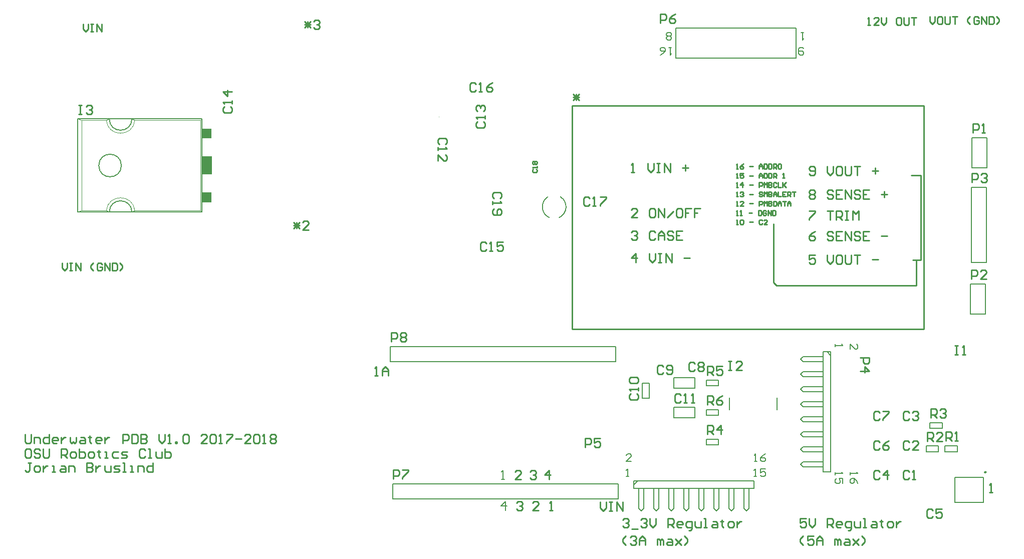
<source format=gto>
G04 Layer_Color=65535*
%FSLAX25Y25*%
%MOIN*%
G70*
G01*
G75*
%ADD74C,0.00984*%
%ADD75C,0.00787*%
%ADD76C,0.00600*%
%ADD77C,0.00200*%
%ADD78C,0.00394*%
%ADD79C,0.00500*%
%ADD80C,0.01000*%
%ADD81C,0.00800*%
%ADD82C,0.00827*%
G36*
X131570Y232946D02*
X125000D01*
Y239500D01*
X131570D01*
Y232946D01*
D02*
G37*
G36*
X131613Y251478D02*
X125000D01*
Y263500D01*
X131613D01*
Y251478D01*
D02*
G37*
G36*
X131586Y275549D02*
X125000D01*
Y282000D01*
X131586D01*
Y275549D01*
D02*
G37*
D74*
X646839Y53425D02*
G03*
X646839Y53425I-492J0D01*
G01*
D75*
X362774Y222839D02*
G03*
X363732Y236640I-3274J7161D01*
G01*
X355268D02*
G03*
X356226Y222839I4232J-6640D01*
G01*
X440500Y329000D02*
X520500D01*
X440500Y349000D02*
X520500D01*
X440500Y329000D02*
Y349000D01*
X520500Y329000D02*
Y349000D01*
X412500Y47500D02*
X492500D01*
X489167Y29167D02*
Y42500D01*
X487500Y27500D02*
X489167Y29167D01*
X485833D02*
X487500Y27500D01*
X485833Y29167D02*
Y42500D01*
X479167Y29167D02*
Y42500D01*
X477500Y27500D02*
X479167Y29167D01*
X475833D02*
X477500Y27500D01*
X475833Y29167D02*
Y42500D01*
X469167Y29167D02*
Y42500D01*
X467500Y27500D02*
X469167Y29167D01*
X465833D02*
X467500Y27500D01*
X465833Y29167D02*
Y42500D01*
X459167Y29167D02*
Y42500D01*
X457500Y27500D02*
X459167Y29167D01*
X455833D02*
X457500Y27500D01*
X455833Y29167D02*
Y42500D01*
X449167Y29167D02*
Y42500D01*
X447500Y27500D02*
X449167Y29167D01*
X445833D02*
X447500Y27500D01*
X445833Y29167D02*
Y42500D01*
X439167Y29167D02*
Y42500D01*
X437500Y27500D02*
X439167Y29167D01*
X435833D02*
X437500Y27500D01*
X435833Y29167D02*
Y42500D01*
X429167Y29167D02*
Y42500D01*
X427500Y27500D02*
X429167Y29167D01*
X425833D02*
X427500Y27500D01*
X425833Y29167D02*
Y42500D01*
X419167Y29167D02*
Y42500D01*
X417500Y27500D02*
X419167Y29167D01*
X415833D02*
X417500Y27500D01*
X415833Y29167D02*
Y42500D01*
X412500Y45000D02*
X415000Y47500D01*
X492500Y42500D02*
Y47500D01*
X412500Y42500D02*
X492500D01*
X412500D02*
Y47500D01*
X626051Y49980D02*
X644949D01*
X626051Y33445D02*
X644949D01*
Y49980D01*
X626051Y33445D02*
Y49980D01*
X543587Y53500D02*
Y133500D01*
X525253Y56833D02*
X538587D01*
X523587Y58500D02*
X525253Y56833D01*
X523587Y58500D02*
X525253Y60167D01*
X538587D01*
X525253Y66833D02*
X538587D01*
X523587Y68500D02*
X525253Y66833D01*
X523587Y68500D02*
X525253Y70167D01*
X538587D01*
X525253Y76833D02*
X538587D01*
X523587Y78500D02*
X525253Y76833D01*
X523587Y78500D02*
X525253Y80167D01*
X538587D01*
X525253Y86833D02*
X538587D01*
X523587Y88500D02*
X525253Y86833D01*
X523587Y88500D02*
X525253Y90167D01*
X538587D01*
X525253Y96833D02*
X538587D01*
X523587Y98500D02*
X525253Y96833D01*
X523587Y98500D02*
X525253Y100167D01*
X538587D01*
X525253Y106833D02*
X538587D01*
X523587Y108500D02*
X525253Y106833D01*
X523587Y108500D02*
X525253Y110167D01*
X538587D01*
X525253Y116833D02*
X538587D01*
X523587Y118500D02*
X525253Y116833D01*
X523587Y118500D02*
X525253Y120167D01*
X538587D01*
X525253Y126833D02*
X538587D01*
X523587Y128500D02*
X525253Y126833D01*
X523587Y128500D02*
X525253Y130167D01*
X538587D01*
X541087Y133500D02*
X543587Y131000D01*
X538587Y53500D02*
X543587D01*
X538587D02*
Y133500D01*
X543587D01*
X507886Y94866D02*
Y103134D01*
X476114Y94866D02*
Y103134D01*
X637000Y243000D02*
X647000D01*
Y193000D02*
Y243000D01*
X637000Y193000D02*
Y243000D01*
Y193000D02*
X647000D01*
X646500Y158500D02*
Y178500D01*
X636500D02*
X646500D01*
X636500Y158500D02*
Y178500D01*
Y158500D02*
X646500D01*
X647500Y256000D02*
Y276000D01*
X637500D02*
X647500D01*
X637500Y256000D02*
Y276000D01*
Y256000D02*
X647500D01*
X400500Y127000D02*
Y137000D01*
X250500Y127000D02*
Y137000D01*
X258000D01*
X400500D01*
X250500Y127000D02*
X400500D01*
X252000Y35500D02*
Y45500D01*
X402000Y35500D02*
Y45500D01*
X394500Y35500D02*
X402000D01*
X252000D02*
X394500D01*
X252000Y45500D02*
X402000D01*
D76*
X71500Y257500D02*
G03*
X71500Y257500I-7500J0D01*
G01*
X78500Y226500D02*
G03*
X63500Y226500I-7500J0D01*
G01*
Y288500D02*
G03*
X78500Y288500I7500J0D01*
G01*
X63500D02*
X78500D01*
X42500D02*
X63500D01*
X42500Y226500D02*
X63500D01*
X78500D01*
X125000D01*
X42500D02*
Y288500D01*
X78500D02*
X125000D01*
Y226500D02*
Y288500D01*
D77*
X80500Y227499D02*
G03*
X61500Y227499I-9500J-998D01*
G01*
Y287502D02*
G03*
X80500Y287502I9500J998D01*
G01*
X61500Y227500D02*
X63500Y226500D01*
X45000Y287500D02*
X61500D01*
X63500Y288500D01*
X124000Y287500D02*
X125000Y288500D01*
X124000Y227500D02*
X125000Y226500D01*
X78500Y288500D02*
X80500Y287500D01*
X78500Y226500D02*
X80500Y227500D01*
X42500Y226500D02*
X45000Y227500D01*
Y287500D01*
X42500Y288500D02*
X45000Y287500D01*
Y227500D02*
X61500D01*
X80500D02*
X124000D01*
X80500Y287500D02*
X124000D01*
Y227500D02*
Y287500D01*
D78*
X283035Y289835D02*
G03*
X283035Y289835I-197J0D01*
G01*
X282035Y196335D02*
G03*
X282035Y196335I-197J0D01*
G01*
D79*
X418200Y102700D02*
Y112800D01*
X422800Y102700D02*
Y112800D01*
X418200D02*
X422800D01*
X418200Y102700D02*
X422800D01*
X619487Y70900D02*
X627687D01*
X619487Y67100D02*
Y70900D01*
Y67100D02*
X627687D01*
Y70900D01*
X606987D02*
X615187D01*
X606987Y67100D02*
Y70900D01*
Y67100D02*
X615187D01*
Y70900D01*
X609487Y86400D02*
X617687D01*
X609487Y82600D02*
Y86400D01*
Y82600D02*
X617687D01*
Y86400D01*
X460652Y71486D02*
X468852D01*
Y75286D01*
X460652D02*
X468852D01*
X460652Y71486D02*
Y75286D01*
X453067Y89571D02*
Y96571D01*
X439067Y89571D02*
Y96571D01*
X453067D01*
X439067Y89571D02*
X453067D01*
X460652Y110856D02*
X468852D01*
Y114656D01*
X460652D02*
X468852D01*
X460652Y110856D02*
Y114656D01*
Y91171D02*
X468852D01*
Y94971D01*
X460652D02*
X468852D01*
X460652Y91171D02*
Y94971D01*
X453067Y109256D02*
Y116256D01*
X439067Y109256D02*
Y116256D01*
X453067D01*
X439067Y109256D02*
X453067D01*
D80*
X505469Y179724D02*
Y218701D01*
Y179724D02*
X507476Y177717D01*
X600390D01*
Y194803D01*
X605429Y148543D02*
Y297362D01*
X605035D02*
X605429Y296968D01*
X371571Y297362D02*
X605429D01*
X371571Y148543D02*
Y297362D01*
Y148543D02*
X605429D01*
X597949Y194803D02*
X603461D01*
Y251102D01*
X597240D02*
X603461D01*
X405071Y21595D02*
X406071Y22595D01*
X408070D01*
X409070Y21595D01*
Y20596D01*
X408070Y19596D01*
X407070D01*
X408070D01*
X409070Y18596D01*
Y17597D01*
X408070Y16597D01*
X406071D01*
X405071Y17597D01*
X411069Y15597D02*
X415068D01*
X417067Y21595D02*
X418067Y22595D01*
X420066D01*
X421066Y21595D01*
Y20596D01*
X420066Y19596D01*
X419066D01*
X420066D01*
X421066Y18596D01*
Y17597D01*
X420066Y16597D01*
X418067D01*
X417067Y17597D01*
X423065Y22595D02*
Y18596D01*
X425064Y16597D01*
X427064Y18596D01*
Y22595D01*
X435061Y16597D02*
Y22595D01*
X438060D01*
X439060Y21595D01*
Y19596D01*
X438060Y18596D01*
X435061D01*
X437060D02*
X439060Y16597D01*
X444058D02*
X442059D01*
X441059Y17597D01*
Y19596D01*
X442059Y20596D01*
X444058D01*
X445058Y19596D01*
Y18596D01*
X441059D01*
X449057Y14598D02*
X450056D01*
X451056Y15597D01*
Y20596D01*
X448057D01*
X447057Y19596D01*
Y17597D01*
X448057Y16597D01*
X451056D01*
X453055Y20596D02*
Y17597D01*
X454055Y16597D01*
X457054D01*
Y20596D01*
X459053Y16597D02*
X461053D01*
X460053D01*
Y22595D01*
X459053D01*
X465052Y20596D02*
X467051D01*
X468050Y19596D01*
Y16597D01*
X465052D01*
X464052Y17597D01*
X465052Y18596D01*
X468050D01*
X471049Y21595D02*
Y20596D01*
X470050D01*
X472049D01*
X471049D01*
Y17597D01*
X472049Y16597D01*
X476048D02*
X478047D01*
X479047Y17597D01*
Y19596D01*
X478047Y20596D01*
X476048D01*
X475048Y19596D01*
Y17597D01*
X476048Y16597D01*
X481046Y20596D02*
Y16597D01*
Y18596D01*
X482046Y19596D01*
X483046Y20596D01*
X484045D01*
X407070Y5000D02*
X405071Y6999D01*
Y8999D01*
X407070Y10998D01*
X410069Y9998D02*
X411069Y10998D01*
X413068D01*
X414068Y9998D01*
Y8999D01*
X413068Y7999D01*
X412069D01*
X413068D01*
X414068Y6999D01*
Y6000D01*
X413068Y5000D01*
X411069D01*
X410069Y6000D01*
X416067Y5000D02*
Y8999D01*
X418067Y10998D01*
X420066Y8999D01*
Y5000D01*
Y7999D01*
X416067D01*
X428063Y5000D02*
Y8999D01*
X429063D01*
X430063Y7999D01*
Y5000D01*
Y7999D01*
X431063Y8999D01*
X432062Y7999D01*
Y5000D01*
X435061Y8999D02*
X437060D01*
X438060Y7999D01*
Y5000D01*
X435061D01*
X434061Y6000D01*
X435061Y6999D01*
X438060D01*
X440060Y8999D02*
X444058Y5000D01*
X442059Y6999D01*
X444058Y8999D01*
X440060Y5000D01*
X446058D02*
X448057Y6999D01*
Y8999D01*
X446058Y10998D01*
X345540Y254968D02*
X345048Y254476D01*
Y253492D01*
X345540Y253000D01*
X347508D01*
X348000Y253492D01*
Y254476D01*
X347508Y254968D01*
X348000Y255952D02*
Y256936D01*
Y256444D01*
X345048D01*
X345540Y255952D01*
Y258412D02*
X345048Y258904D01*
Y259888D01*
X345540Y260380D01*
X346032D01*
X346524Y259888D01*
X347016Y260380D01*
X347508D01*
X348000Y259888D01*
Y258904D01*
X347508Y258412D01*
X347016D01*
X346524Y258904D01*
X346032Y258412D01*
X345540D01*
X346524Y258904D02*
Y259888D01*
X7500Y78693D02*
Y73695D01*
X8500Y72695D01*
X10499D01*
X11499Y73695D01*
Y78693D01*
X13498Y72695D02*
Y76694D01*
X16497D01*
X17497Y75694D01*
Y72695D01*
X23495Y78693D02*
Y72695D01*
X20496D01*
X19496Y73695D01*
Y75694D01*
X20496Y76694D01*
X23495D01*
X28493Y72695D02*
X26494D01*
X25494Y73695D01*
Y75694D01*
X26494Y76694D01*
X28493D01*
X29493Y75694D01*
Y74695D01*
X25494D01*
X31492Y76694D02*
Y72695D01*
Y74695D01*
X32492Y75694D01*
X33492Y76694D01*
X34491D01*
X37490D02*
Y73695D01*
X38490Y72695D01*
X39490Y73695D01*
X40489Y72695D01*
X41489Y73695D01*
Y76694D01*
X44488D02*
X46487D01*
X47487Y75694D01*
Y72695D01*
X44488D01*
X43488Y73695D01*
X44488Y74695D01*
X47487D01*
X50486Y77694D02*
Y76694D01*
X49486D01*
X51486D01*
X50486D01*
Y73695D01*
X51486Y72695D01*
X57484D02*
X55484D01*
X54485Y73695D01*
Y75694D01*
X55484Y76694D01*
X57484D01*
X58483Y75694D01*
Y74695D01*
X54485D01*
X60483Y76694D02*
Y72695D01*
Y74695D01*
X61483Y75694D01*
X62482Y76694D01*
X63482D01*
X72479Y72695D02*
Y78693D01*
X75478D01*
X76478Y77694D01*
Y75694D01*
X75478Y74695D01*
X72479D01*
X78477Y78693D02*
Y72695D01*
X81476D01*
X82476Y73695D01*
Y77694D01*
X81476Y78693D01*
X78477D01*
X84475D02*
Y72695D01*
X87474D01*
X88474Y73695D01*
Y74695D01*
X87474Y75694D01*
X84475D01*
X87474D01*
X88474Y76694D01*
Y77694D01*
X87474Y78693D01*
X84475D01*
X96471D02*
Y74695D01*
X98471Y72695D01*
X100470Y74695D01*
Y78693D01*
X102469Y72695D02*
X104469D01*
X103469D01*
Y78693D01*
X102469Y77694D01*
X107468Y72695D02*
Y73695D01*
X108467D01*
Y72695D01*
X107468D01*
X112466Y77694D02*
X113466Y78693D01*
X115465D01*
X116465Y77694D01*
Y73695D01*
X115465Y72695D01*
X113466D01*
X112466Y73695D01*
Y77694D01*
X128461Y72695D02*
X124462D01*
X128461Y76694D01*
Y77694D01*
X127461Y78693D01*
X125462D01*
X124462Y77694D01*
X130460D02*
X131460Y78693D01*
X133459D01*
X134459Y77694D01*
Y73695D01*
X133459Y72695D01*
X131460D01*
X130460Y73695D01*
Y77694D01*
X136458Y72695D02*
X138458D01*
X137458D01*
Y78693D01*
X136458Y77694D01*
X141457Y78693D02*
X145455D01*
Y77694D01*
X141457Y73695D01*
Y72695D01*
X147455Y75694D02*
X151453D01*
X157451Y72695D02*
X153453D01*
X157451Y76694D01*
Y77694D01*
X156452Y78693D01*
X154453D01*
X153453Y77694D01*
X159451D02*
X160450Y78693D01*
X162450D01*
X163450Y77694D01*
Y73695D01*
X162450Y72695D01*
X160450D01*
X159451Y73695D01*
Y77694D01*
X165449Y72695D02*
X167448D01*
X166449D01*
Y78693D01*
X165449Y77694D01*
X170447D02*
X171447Y78693D01*
X173446D01*
X174446Y77694D01*
Y76694D01*
X173446Y75694D01*
X174446Y74695D01*
Y73695D01*
X173446Y72695D01*
X171447D01*
X170447Y73695D01*
Y74695D01*
X171447Y75694D01*
X170447Y76694D01*
Y77694D01*
X171447Y75694D02*
X173446D01*
X10499Y69096D02*
X8500D01*
X7500Y68096D01*
Y64097D01*
X8500Y63098D01*
X10499D01*
X11499Y64097D01*
Y68096D01*
X10499Y69096D01*
X17497Y68096D02*
X16497Y69096D01*
X14498D01*
X13498Y68096D01*
Y67096D01*
X14498Y66097D01*
X16497D01*
X17497Y65097D01*
Y64097D01*
X16497Y63098D01*
X14498D01*
X13498Y64097D01*
X19496Y69096D02*
Y64097D01*
X20496Y63098D01*
X22495D01*
X23495Y64097D01*
Y69096D01*
X31492Y63098D02*
Y69096D01*
X34491D01*
X35491Y68096D01*
Y66097D01*
X34491Y65097D01*
X31492D01*
X33492D02*
X35491Y63098D01*
X38490D02*
X40489D01*
X41489Y64097D01*
Y66097D01*
X40489Y67096D01*
X38490D01*
X37490Y66097D01*
Y64097D01*
X38490Y63098D01*
X43488Y69096D02*
Y63098D01*
X46487D01*
X47487Y64097D01*
Y65097D01*
Y66097D01*
X46487Y67096D01*
X43488D01*
X50486Y63098D02*
X52486D01*
X53485Y64097D01*
Y66097D01*
X52486Y67096D01*
X50486D01*
X49486Y66097D01*
Y64097D01*
X50486Y63098D01*
X56484Y68096D02*
Y67096D01*
X55484D01*
X57484D01*
X56484D01*
Y64097D01*
X57484Y63098D01*
X60483D02*
X62482D01*
X61483D01*
Y67096D01*
X60483D01*
X69480D02*
X66481D01*
X65481Y66097D01*
Y64097D01*
X66481Y63098D01*
X69480D01*
X71479D02*
X74478D01*
X75478Y64097D01*
X74478Y65097D01*
X72479D01*
X71479Y66097D01*
X72479Y67096D01*
X75478D01*
X87474Y68096D02*
X86475Y69096D01*
X84475D01*
X83475Y68096D01*
Y64097D01*
X84475Y63098D01*
X86475D01*
X87474Y64097D01*
X89473Y63098D02*
X91473D01*
X90473D01*
Y69096D01*
X89473D01*
X94472Y67096D02*
Y64097D01*
X95472Y63098D01*
X98471D01*
Y67096D01*
X100470Y69096D02*
Y63098D01*
X103469D01*
X104469Y64097D01*
Y65097D01*
Y66097D01*
X103469Y67096D01*
X100470D01*
X11499Y59498D02*
X9499D01*
X10499D01*
Y54500D01*
X9499Y53500D01*
X8500D01*
X7500Y54500D01*
X14498Y53500D02*
X16497D01*
X17497Y54500D01*
Y56499D01*
X16497Y57499D01*
X14498D01*
X13498Y56499D01*
Y54500D01*
X14498Y53500D01*
X19496Y57499D02*
Y53500D01*
Y55499D01*
X20496Y56499D01*
X21496Y57499D01*
X22495D01*
X25494Y53500D02*
X27494D01*
X26494D01*
Y57499D01*
X25494D01*
X31492D02*
X33492D01*
X34491Y56499D01*
Y53500D01*
X31492D01*
X30493Y54500D01*
X31492Y55499D01*
X34491D01*
X36491Y53500D02*
Y57499D01*
X39490D01*
X40489Y56499D01*
Y53500D01*
X48487Y59498D02*
Y53500D01*
X51486D01*
X52486Y54500D01*
Y55499D01*
X51486Y56499D01*
X48487D01*
X51486D01*
X52486Y57499D01*
Y58498D01*
X51486Y59498D01*
X48487D01*
X54485Y57499D02*
Y53500D01*
Y55499D01*
X55484Y56499D01*
X56484Y57499D01*
X57484D01*
X60483D02*
Y54500D01*
X61483Y53500D01*
X64482D01*
Y57499D01*
X66481Y53500D02*
X69480D01*
X70480Y54500D01*
X69480Y55499D01*
X67481D01*
X66481Y56499D01*
X67481Y57499D01*
X70480D01*
X72479Y53500D02*
X74478D01*
X73479D01*
Y59498D01*
X72479D01*
X77477Y53500D02*
X79477D01*
X78477D01*
Y57499D01*
X77477D01*
X82476Y53500D02*
Y57499D01*
X85475D01*
X86475Y56499D01*
Y53500D01*
X92472Y59498D02*
Y53500D01*
X89473D01*
X88474Y54500D01*
Y56499D01*
X89473Y57499D01*
X92472D01*
X527180Y22595D02*
X523181D01*
Y19596D01*
X525180Y20596D01*
X526180D01*
X527180Y19596D01*
Y17597D01*
X526180Y16597D01*
X524181D01*
X523181Y17597D01*
X529179Y22595D02*
Y18596D01*
X531179Y16597D01*
X533178Y18596D01*
Y22595D01*
X541175Y16597D02*
Y22595D01*
X544174D01*
X545174Y21595D01*
Y19596D01*
X544174Y18596D01*
X541175D01*
X543175D02*
X545174Y16597D01*
X550172D02*
X548173D01*
X547173Y17597D01*
Y19596D01*
X548173Y20596D01*
X550172D01*
X551172Y19596D01*
Y18596D01*
X547173D01*
X555171Y14598D02*
X556170D01*
X557170Y15597D01*
Y20596D01*
X554171D01*
X553171Y19596D01*
Y17597D01*
X554171Y16597D01*
X557170D01*
X559169Y20596D02*
Y17597D01*
X560169Y16597D01*
X563168D01*
Y20596D01*
X565168Y16597D02*
X567167D01*
X566167D01*
Y22595D01*
X565168D01*
X571166Y20596D02*
X573165D01*
X574165Y19596D01*
Y16597D01*
X571166D01*
X570166Y17597D01*
X571166Y18596D01*
X574165D01*
X577164Y21595D02*
Y20596D01*
X576164D01*
X578163D01*
X577164D01*
Y17597D01*
X578163Y16597D01*
X582162D02*
X584161D01*
X585161Y17597D01*
Y19596D01*
X584161Y20596D01*
X582162D01*
X581162Y19596D01*
Y17597D01*
X582162Y16597D01*
X587160Y20596D02*
Y16597D01*
Y18596D01*
X588160Y19596D01*
X589160Y20596D01*
X590159D01*
X525180Y5000D02*
X523181Y6999D01*
Y8999D01*
X525180Y10998D01*
X532178D02*
X528180D01*
Y7999D01*
X530179Y8999D01*
X531179D01*
X532178Y7999D01*
Y6000D01*
X531179Y5000D01*
X529179D01*
X528180Y6000D01*
X534177Y5000D02*
Y8999D01*
X536177Y10998D01*
X538176Y8999D01*
Y5000D01*
Y7999D01*
X534177D01*
X546174Y5000D02*
Y8999D01*
X547173D01*
X548173Y7999D01*
Y5000D01*
Y7999D01*
X549173Y8999D01*
X550172Y7999D01*
Y5000D01*
X553171Y8999D02*
X555171D01*
X556170Y7999D01*
Y5000D01*
X553171D01*
X552172Y6000D01*
X553171Y6999D01*
X556170D01*
X558170Y8999D02*
X562169Y5000D01*
X560169Y6999D01*
X562169Y8999D01*
X558170Y5000D01*
X564168D02*
X566167Y6999D01*
Y8999D01*
X564168Y10998D01*
X480642Y255353D02*
X481691D01*
X481167D01*
Y258502D01*
X480642Y257977D01*
X485365Y258502D02*
X484315Y257977D01*
X483266Y256928D01*
Y255878D01*
X483790Y255353D01*
X484840D01*
X485365Y255878D01*
Y256403D01*
X484840Y256928D01*
X483266D01*
X489563D02*
X491662D01*
X495860Y255353D02*
Y257452D01*
X496910Y258502D01*
X497959Y257452D01*
Y255353D01*
Y256928D01*
X495860D01*
X499009Y258502D02*
Y255353D01*
X500583D01*
X501108Y255878D01*
Y257977D01*
X500583Y258502D01*
X499009D01*
X502157D02*
Y255353D01*
X503731D01*
X504256Y255878D01*
Y257977D01*
X503731Y258502D01*
X502157D01*
X505306Y255353D02*
Y258502D01*
X506880D01*
X507405Y257977D01*
Y256928D01*
X506880Y256403D01*
X505306D01*
X506355D02*
X507405Y255353D01*
X508454Y257977D02*
X508979Y258502D01*
X510029D01*
X510553Y257977D01*
Y255878D01*
X510029Y255353D01*
X508979D01*
X508454Y255878D01*
Y257977D01*
X480642Y249175D02*
X481691D01*
X481167D01*
Y252324D01*
X480642Y251799D01*
X485365Y252324D02*
X483266D01*
Y250749D01*
X484315Y251274D01*
X484840D01*
X485365Y250749D01*
Y249700D01*
X484840Y249175D01*
X483790D01*
X483266Y249700D01*
X489563Y250749D02*
X491662D01*
X495860Y249175D02*
Y251274D01*
X496910Y252324D01*
X497959Y251274D01*
Y249175D01*
Y250749D01*
X495860D01*
X499009Y252324D02*
Y249175D01*
X500583D01*
X501108Y249700D01*
Y251799D01*
X500583Y252324D01*
X499009D01*
X502157D02*
Y249175D01*
X503731D01*
X504256Y249700D01*
Y251799D01*
X503731Y252324D01*
X502157D01*
X505306Y249175D02*
Y252324D01*
X506880D01*
X507405Y251799D01*
Y250749D01*
X506880Y250224D01*
X505306D01*
X506355D02*
X507405Y249175D01*
X511603D02*
X512652D01*
X512128D01*
Y252324D01*
X511603Y251799D01*
X480642Y242997D02*
X481691D01*
X481167D01*
Y246145D01*
X480642Y245620D01*
X484840Y242997D02*
Y246145D01*
X483266Y244571D01*
X485365D01*
X489563D02*
X491662D01*
X495860Y242997D02*
Y246145D01*
X497434D01*
X497959Y245620D01*
Y244571D01*
X497434Y244046D01*
X495860D01*
X499009Y242997D02*
Y246145D01*
X500058Y245096D01*
X501108Y246145D01*
Y242997D01*
X502157Y246145D02*
Y242997D01*
X503731D01*
X504256Y243521D01*
Y244046D01*
X503731Y244571D01*
X502157D01*
X503731D01*
X504256Y245096D01*
Y245620D01*
X503731Y246145D01*
X502157D01*
X507405Y245620D02*
X506880Y246145D01*
X505830D01*
X505306Y245620D01*
Y243521D01*
X505830Y242997D01*
X506880D01*
X507405Y243521D01*
X508454Y246145D02*
Y242997D01*
X510553D01*
X511603Y246145D02*
Y242997D01*
Y244046D01*
X513702Y246145D01*
X512128Y244571D01*
X513702Y242997D01*
X480642Y236818D02*
X481691D01*
X481167D01*
Y239967D01*
X480642Y239442D01*
X483266D02*
X483790Y239967D01*
X484840D01*
X485365Y239442D01*
Y238917D01*
X484840Y238393D01*
X484315D01*
X484840D01*
X485365Y237868D01*
Y237343D01*
X484840Y236818D01*
X483790D01*
X483266Y237343D01*
X489563Y238393D02*
X491662D01*
X497959Y239442D02*
X497434Y239967D01*
X496385D01*
X495860Y239442D01*
Y238917D01*
X496385Y238393D01*
X497434D01*
X497959Y237868D01*
Y237343D01*
X497434Y236818D01*
X496385D01*
X495860Y237343D01*
X499009Y236818D02*
Y239967D01*
X500058Y238917D01*
X501108Y239967D01*
Y236818D01*
X502157Y239967D02*
Y236818D01*
X503731D01*
X504256Y237343D01*
Y237868D01*
X503731Y238393D01*
X502157D01*
X503731D01*
X504256Y238917D01*
Y239442D01*
X503731Y239967D01*
X502157D01*
X505306Y236818D02*
Y238917D01*
X506355Y239967D01*
X507405Y238917D01*
Y236818D01*
Y238393D01*
X505306D01*
X508454Y239967D02*
Y236818D01*
X510553D01*
X513702Y239967D02*
X511603D01*
Y236818D01*
X513702D01*
X511603Y238393D02*
X512652D01*
X514751Y236818D02*
Y239967D01*
X516326D01*
X516851Y239442D01*
Y238393D01*
X516326Y237868D01*
X514751D01*
X515801D02*
X516851Y236818D01*
X517900Y239967D02*
X519999D01*
X518950D01*
Y236818D01*
X480642Y230640D02*
X481691D01*
X481167D01*
Y233789D01*
X480642Y233264D01*
X485365Y230640D02*
X483266D01*
X485365Y232739D01*
Y233264D01*
X484840Y233789D01*
X483790D01*
X483266Y233264D01*
X489563Y232214D02*
X491662D01*
X495860Y230640D02*
Y233789D01*
X497434D01*
X497959Y233264D01*
Y232214D01*
X497434Y231690D01*
X495860D01*
X499009Y230640D02*
Y233789D01*
X500058Y232739D01*
X501108Y233789D01*
Y230640D01*
X502157Y233789D02*
Y230640D01*
X503731D01*
X504256Y231165D01*
Y231690D01*
X503731Y232214D01*
X502157D01*
X503731D01*
X504256Y232739D01*
Y233264D01*
X503731Y233789D01*
X502157D01*
X505306D02*
Y230640D01*
X506880D01*
X507405Y231165D01*
Y233264D01*
X506880Y233789D01*
X505306D01*
X508454Y230640D02*
Y232739D01*
X509504Y233789D01*
X510553Y232739D01*
Y230640D01*
Y232214D01*
X508454D01*
X511603Y233789D02*
X513702D01*
X512652D01*
Y230640D01*
X514751D02*
Y232739D01*
X515801Y233789D01*
X516851Y232739D01*
Y230640D01*
Y232214D01*
X514751D01*
X480642Y224462D02*
X481691D01*
X481167D01*
Y227610D01*
X480642Y227086D01*
X483266Y224462D02*
X484315D01*
X483790D01*
Y227610D01*
X483266Y227086D01*
X489038Y226036D02*
X491137D01*
X495335Y227610D02*
Y224462D01*
X496910D01*
X497434Y224987D01*
Y227086D01*
X496910Y227610D01*
X495335D01*
X500583Y227086D02*
X500058Y227610D01*
X499009D01*
X498484Y227086D01*
Y224987D01*
X499009Y224462D01*
X500058D01*
X500583Y224987D01*
Y226036D01*
X499533D01*
X501632Y224462D02*
Y227610D01*
X503731Y224462D01*
Y227610D01*
X504781D02*
Y224462D01*
X506355D01*
X506880Y224987D01*
Y227086D01*
X506355Y227610D01*
X504781D01*
X480642Y218283D02*
X481691D01*
X481167D01*
Y221432D01*
X480642Y220907D01*
X483266D02*
X483790Y221432D01*
X484840D01*
X485365Y220907D01*
Y218808D01*
X484840Y218283D01*
X483790D01*
X483266Y218808D01*
Y220907D01*
X489563Y219858D02*
X491662D01*
X497959Y220907D02*
X497434Y221432D01*
X496385D01*
X495860Y220907D01*
Y218808D01*
X496385Y218283D01*
X497434D01*
X497959Y218808D01*
X501108Y218283D02*
X499009D01*
X501108Y220382D01*
Y220907D01*
X500583Y221432D01*
X499533D01*
X499009Y220907D01*
X430200Y352400D02*
Y358398D01*
X433199D01*
X434199Y357398D01*
Y355399D01*
X433199Y354399D01*
X430200D01*
X440197Y358398D02*
X438197Y357398D01*
X436198Y355399D01*
Y353400D01*
X437198Y352400D01*
X439197D01*
X440197Y353400D01*
Y354399D01*
X439197Y355399D01*
X436198D01*
X372100Y304872D02*
X376099Y300874D01*
X372100D02*
X376099Y304872D01*
X372100Y302873D02*
X376099D01*
X374099Y300874D02*
Y304872D01*
X461400Y98200D02*
Y104198D01*
X464399D01*
X465399Y103198D01*
Y101199D01*
X464399Y100199D01*
X461400D01*
X463399D02*
X465399Y98200D01*
X471397Y104198D02*
X469397Y103198D01*
X467398Y101199D01*
Y99200D01*
X468398Y98200D01*
X470397D01*
X471397Y99200D01*
Y100199D01*
X470397Y101199D01*
X467398D01*
X461400Y117900D02*
Y123898D01*
X464399D01*
X465399Y122898D01*
Y120899D01*
X464399Y119899D01*
X461400D01*
X463399D02*
X465399Y117900D01*
X471397Y123898D02*
X467398D01*
Y120899D01*
X469397Y121899D01*
X470397D01*
X471397Y120899D01*
Y118900D01*
X470397Y117900D01*
X468398D01*
X467398Y118900D01*
X461400Y78500D02*
Y84498D01*
X464399D01*
X465399Y83498D01*
Y81499D01*
X464399Y80499D01*
X461400D01*
X463399D02*
X465399Y78500D01*
X470397D02*
Y84498D01*
X467398Y81499D01*
X471397D01*
X610187Y89600D02*
Y95598D01*
X613186D01*
X614185Y94598D01*
Y92599D01*
X613186Y91599D01*
X610187D01*
X612186D02*
X614185Y89600D01*
X616185Y94598D02*
X617184Y95598D01*
X619184D01*
X620183Y94598D01*
Y93599D01*
X619184Y92599D01*
X618184D01*
X619184D01*
X620183Y91599D01*
Y90600D01*
X619184Y89600D01*
X617184D01*
X616185Y90600D01*
X607787Y74100D02*
Y80098D01*
X610786D01*
X611785Y79098D01*
Y77099D01*
X610786Y76099D01*
X607787D01*
X609786D02*
X611785Y74100D01*
X617783D02*
X613785D01*
X617783Y78099D01*
Y79098D01*
X616784Y80098D01*
X614784D01*
X613785Y79098D01*
X620187Y74200D02*
Y80198D01*
X623186D01*
X624185Y79198D01*
Y77199D01*
X623186Y76199D01*
X620187D01*
X622186D02*
X624185Y74200D01*
X626185D02*
X628184D01*
X627184D01*
Y80198D01*
X626185Y79198D01*
X475600Y127398D02*
X477599D01*
X476600D01*
Y121400D01*
X475600D01*
X477599D01*
X484597D02*
X480598D01*
X484597Y125399D01*
Y126398D01*
X483597Y127398D01*
X481598D01*
X480598Y126398D01*
X626087Y137498D02*
X628086D01*
X627086D01*
Y131500D01*
X626087D01*
X628086D01*
X631085D02*
X633084D01*
X632085D01*
Y137498D01*
X631085Y136498D01*
X443799Y104798D02*
X442799Y105798D01*
X440800D01*
X439800Y104798D01*
Y100800D01*
X440800Y99800D01*
X442799D01*
X443799Y100800D01*
X445798Y99800D02*
X447797D01*
X446798D01*
Y105798D01*
X445798Y104798D01*
X450796Y99800D02*
X452796D01*
X451796D01*
Y105798D01*
X450796Y104798D01*
X410502Y105499D02*
X409502Y104499D01*
Y102500D01*
X410502Y101500D01*
X414500D01*
X415500Y102500D01*
Y104499D01*
X414500Y105499D01*
X415500Y107498D02*
Y109497D01*
Y108498D01*
X409502D01*
X410502Y107498D01*
Y112496D02*
X409502Y113496D01*
Y115496D01*
X410502Y116495D01*
X414500D01*
X415500Y115496D01*
Y113496D01*
X414500Y112496D01*
X410502D01*
X431999Y123498D02*
X430999Y124498D01*
X429000D01*
X428000Y123498D01*
Y119500D01*
X429000Y118500D01*
X430999D01*
X431999Y119500D01*
X433998D02*
X434998Y118500D01*
X436997D01*
X437997Y119500D01*
Y123498D01*
X436997Y124498D01*
X434998D01*
X433998Y123498D01*
Y122499D01*
X434998Y121499D01*
X437997D01*
X452999Y125498D02*
X451999Y126498D01*
X450000D01*
X449000Y125498D01*
Y121500D01*
X450000Y120500D01*
X451999D01*
X452999Y121500D01*
X454998Y125498D02*
X455998Y126498D01*
X457997D01*
X458997Y125498D01*
Y124499D01*
X457997Y123499D01*
X458997Y122499D01*
Y121500D01*
X457997Y120500D01*
X455998D01*
X454998Y121500D01*
Y122499D01*
X455998Y123499D01*
X454998Y124499D01*
Y125498D01*
X455998Y123499D02*
X457997D01*
X575985Y92898D02*
X574986Y93898D01*
X572986D01*
X571987Y92898D01*
Y88900D01*
X572986Y87900D01*
X574986D01*
X575985Y88900D01*
X577985Y93898D02*
X581983D01*
Y92898D01*
X577985Y88900D01*
Y87900D01*
X575985Y73198D02*
X574986Y74198D01*
X572986D01*
X571987Y73198D01*
Y69200D01*
X572986Y68200D01*
X574986D01*
X575985Y69200D01*
X581983Y74198D02*
X579984Y73198D01*
X577985Y71199D01*
Y69200D01*
X578984Y68200D01*
X580984D01*
X581983Y69200D01*
Y70199D01*
X580984Y71199D01*
X577985D01*
X611585Y27998D02*
X610586Y28998D01*
X608586D01*
X607587Y27998D01*
Y24000D01*
X608586Y23000D01*
X610586D01*
X611585Y24000D01*
X617583Y28998D02*
X613585D01*
Y25999D01*
X615584Y26999D01*
X616584D01*
X617583Y25999D01*
Y24000D01*
X616584Y23000D01*
X614584D01*
X613585Y24000D01*
X575985Y53498D02*
X574986Y54498D01*
X572986D01*
X571987Y53498D01*
Y49500D01*
X572986Y48500D01*
X574986D01*
X575985Y49500D01*
X580984Y48500D02*
Y54498D01*
X577985Y51499D01*
X581983D01*
X595685Y92898D02*
X594686Y93898D01*
X592686D01*
X591687Y92898D01*
Y88900D01*
X592686Y87900D01*
X594686D01*
X595685Y88900D01*
X597685Y92898D02*
X598684Y93898D01*
X600684D01*
X601683Y92898D01*
Y91899D01*
X600684Y90899D01*
X599684D01*
X600684D01*
X601683Y89899D01*
Y88900D01*
X600684Y87900D01*
X598684D01*
X597685Y88900D01*
X595685Y73198D02*
X594686Y74198D01*
X592686D01*
X591687Y73198D01*
Y69200D01*
X592686Y68200D01*
X594686D01*
X595685Y69200D01*
X601683Y68200D02*
X597685D01*
X601683Y72199D01*
Y73198D01*
X600684Y74198D01*
X598684D01*
X597685Y73198D01*
X595685Y53498D02*
X594686Y54498D01*
X592686D01*
X591687Y53498D01*
Y49500D01*
X592686Y48500D01*
X594686D01*
X595685Y49500D01*
X597685Y48500D02*
X599684D01*
X598684D01*
Y54498D01*
X597685Y53498D01*
X649000Y39925D02*
X650999D01*
X650000D01*
Y45923D01*
X649000Y44924D01*
X43200Y297798D02*
X45199D01*
X44200D01*
Y291800D01*
X43200D01*
X45199D01*
X48198Y296798D02*
X49198Y297798D01*
X51197D01*
X52197Y296798D01*
Y295799D01*
X51197Y294799D01*
X50198D01*
X51197D01*
X52197Y293799D01*
Y292800D01*
X51197Y291800D01*
X49198D01*
X48198Y292800D01*
X323498Y235501D02*
X324498Y236501D01*
Y238500D01*
X323498Y239500D01*
X319500D01*
X318500Y238500D01*
Y236501D01*
X319500Y235501D01*
X318500Y233502D02*
Y231503D01*
Y232502D01*
X324498D01*
X323498Y233502D01*
X319500Y228504D02*
X318500Y227504D01*
Y225504D01*
X319500Y224505D01*
X323498D01*
X324498Y225504D01*
Y227504D01*
X323498Y228504D01*
X322499D01*
X321499Y227504D01*
Y224505D01*
X382999Y235498D02*
X381999Y236498D01*
X380000D01*
X379000Y235498D01*
Y231500D01*
X380000Y230500D01*
X381999D01*
X382999Y231500D01*
X384998Y230500D02*
X386997D01*
X385998D01*
Y236498D01*
X384998Y235498D01*
X389996Y236498D02*
X393995D01*
Y235498D01*
X389996Y231500D01*
Y230500D01*
X307499Y311498D02*
X306499Y312498D01*
X304500D01*
X303500Y311498D01*
Y307500D01*
X304500Y306500D01*
X306499D01*
X307499Y307500D01*
X309498Y306500D02*
X311497D01*
X310498D01*
Y312498D01*
X309498Y311498D01*
X318495Y312498D02*
X316496Y311498D01*
X314496Y309499D01*
Y307500D01*
X315496Y306500D01*
X317495D01*
X318495Y307500D01*
Y308499D01*
X317495Y309499D01*
X314496D01*
X314499Y205498D02*
X313499Y206498D01*
X311500D01*
X310500Y205498D01*
Y201500D01*
X311500Y200500D01*
X313499D01*
X314499Y201500D01*
X316498Y200500D02*
X318497D01*
X317498D01*
Y206498D01*
X316498Y205498D01*
X325495Y206498D02*
X321496D01*
Y203499D01*
X323496Y204499D01*
X324496D01*
X325495Y203499D01*
Y201500D01*
X324496Y200500D01*
X322496D01*
X321496Y201500D01*
X140002Y296499D02*
X139002Y295499D01*
Y293500D01*
X140002Y292500D01*
X144000D01*
X145000Y293500D01*
Y295499D01*
X144000Y296499D01*
X145000Y298498D02*
Y300497D01*
Y299498D01*
X139002D01*
X140002Y298498D01*
X145000Y306495D02*
X139002D01*
X142001Y303496D01*
Y307495D01*
X308502Y286499D02*
X307502Y285499D01*
Y283500D01*
X308502Y282500D01*
X312500D01*
X313500Y283500D01*
Y285499D01*
X312500Y286499D01*
X313500Y288498D02*
Y290497D01*
Y289498D01*
X307502D01*
X308502Y288498D01*
Y293496D02*
X307502Y294496D01*
Y296496D01*
X308502Y297495D01*
X309501D01*
X310501Y296496D01*
Y295496D01*
Y296496D01*
X311501Y297495D01*
X312500D01*
X313500Y296496D01*
Y294496D01*
X312500Y293496D01*
X286998Y271501D02*
X287998Y272501D01*
Y274500D01*
X286998Y275500D01*
X283000D01*
X282000Y274500D01*
Y272501D01*
X283000Y271501D01*
X282000Y269502D02*
Y267503D01*
Y268502D01*
X287998D01*
X286998Y269502D01*
X282000Y260505D02*
Y264504D01*
X285999Y260505D01*
X286998D01*
X287998Y261505D01*
Y263504D01*
X286998Y264504D01*
X193300Y353198D02*
X197299Y349200D01*
X193300D02*
X197299Y353198D01*
X193300Y351199D02*
X197299D01*
X195299Y349200D02*
Y353198D01*
X199298D02*
X200298Y354198D01*
X202297D01*
X203297Y353198D01*
Y352199D01*
X202297Y351199D01*
X201297D01*
X202297D01*
X203297Y350199D01*
Y349200D01*
X202297Y348200D01*
X200298D01*
X199298Y349200D01*
X186000Y219498D02*
X189999Y215500D01*
X186000D02*
X189999Y219498D01*
X186000Y217499D02*
X189999D01*
X187999Y215500D02*
Y219498D01*
X195997Y214500D02*
X191998D01*
X195997Y218499D01*
Y219498D01*
X194997Y220498D01*
X192998D01*
X191998Y219498D01*
X563087Y129500D02*
X569085D01*
Y126501D01*
X568085Y125501D01*
X566086D01*
X565086Y126501D01*
Y129500D01*
X563087Y120503D02*
X569085D01*
X566086Y123502D01*
Y119503D01*
X380000Y70000D02*
Y75998D01*
X382999D01*
X383999Y74998D01*
Y72999D01*
X382999Y71999D01*
X380000D01*
X389997Y75998D02*
X385998D01*
Y72999D01*
X387997Y73999D01*
X388997D01*
X389997Y72999D01*
Y71000D01*
X388997Y70000D01*
X386998D01*
X385998Y71000D01*
X637600Y246400D02*
Y252398D01*
X640599D01*
X641599Y251398D01*
Y249399D01*
X640599Y248399D01*
X637600D01*
X643598Y251398D02*
X644598Y252398D01*
X646597D01*
X647597Y251398D01*
Y250399D01*
X646597Y249399D01*
X645597D01*
X646597D01*
X647597Y248399D01*
Y247400D01*
X646597Y246400D01*
X644598D01*
X643598Y247400D01*
X637100Y181900D02*
Y187898D01*
X640099D01*
X641099Y186898D01*
Y184899D01*
X640099Y183899D01*
X637100D01*
X647097Y181900D02*
X643098D01*
X647097Y185899D01*
Y186898D01*
X646097Y187898D01*
X644098D01*
X643098Y186898D01*
X638100Y279400D02*
Y285398D01*
X641099D01*
X642099Y284398D01*
Y282399D01*
X641099Y281399D01*
X638100D01*
X644098Y279400D02*
X646097D01*
X645098D01*
Y285398D01*
X644098Y284398D01*
X251100Y140400D02*
Y146398D01*
X254099D01*
X255099Y145398D01*
Y143399D01*
X254099Y142399D01*
X251100D01*
X257098Y145398D02*
X258098Y146398D01*
X260097D01*
X261097Y145398D01*
Y144399D01*
X260097Y143399D01*
X261097Y142399D01*
Y141400D01*
X260097Y140400D01*
X258098D01*
X257098Y141400D01*
Y142399D01*
X258098Y143399D01*
X257098Y144399D01*
Y145398D01*
X258098Y143399D02*
X260097D01*
X252600Y48900D02*
Y54898D01*
X255599D01*
X256599Y53898D01*
Y51899D01*
X255599Y50899D01*
X252600D01*
X258598Y54898D02*
X262597D01*
Y53898D01*
X258598Y49900D01*
Y48900D01*
X240000Y117500D02*
X241999D01*
X241000D01*
Y123498D01*
X240000Y122498D01*
X244998Y117500D02*
Y121499D01*
X246998Y123498D01*
X248997Y121499D01*
Y117500D01*
Y120499D01*
X244998D01*
X410941Y252874D02*
X412940D01*
X411941D01*
Y258872D01*
X410941Y257872D01*
X421937Y258872D02*
Y254873D01*
X423937Y252874D01*
X425936Y254873D01*
Y258872D01*
X427936D02*
X429935D01*
X428935D01*
Y252874D01*
X427936D01*
X429935D01*
X432934D02*
Y258872D01*
X436933Y252874D01*
Y258872D01*
X444930Y255873D02*
X448929D01*
X446929Y257872D02*
Y253874D01*
X414940Y222874D02*
X410941D01*
X414940Y226873D01*
Y227872D01*
X413940Y228872D01*
X411941D01*
X410941Y227872D01*
X425936Y228872D02*
X423937D01*
X422937Y227872D01*
Y223874D01*
X423937Y222874D01*
X425936D01*
X426936Y223874D01*
Y227872D01*
X425936Y228872D01*
X428935Y222874D02*
Y228872D01*
X432934Y222874D01*
Y228872D01*
X434933Y222874D02*
X438932Y226873D01*
X443930Y228872D02*
X441931D01*
X440931Y227872D01*
Y223874D01*
X441931Y222874D01*
X443930D01*
X444930Y223874D01*
Y227872D01*
X443930Y228872D01*
X450928D02*
X446929D01*
Y225873D01*
X448929D01*
X446929D01*
Y222874D01*
X456926Y228872D02*
X452927D01*
Y225873D01*
X454927D01*
X452927D01*
Y222874D01*
X410941Y212872D02*
X411941Y213872D01*
X413940D01*
X414940Y212872D01*
Y211873D01*
X413940Y210873D01*
X412940D01*
X413940D01*
X414940Y209873D01*
Y208874D01*
X413940Y207874D01*
X411941D01*
X410941Y208874D01*
X426936Y212872D02*
X425936Y213872D01*
X423937D01*
X422937Y212872D01*
Y208874D01*
X423937Y207874D01*
X425936D01*
X426936Y208874D01*
X428935Y207874D02*
Y211873D01*
X430934Y213872D01*
X432934Y211873D01*
Y207874D01*
Y210873D01*
X428935D01*
X438932Y212872D02*
X437932Y213872D01*
X435933D01*
X434933Y212872D01*
Y211873D01*
X435933Y210873D01*
X437932D01*
X438932Y209873D01*
Y208874D01*
X437932Y207874D01*
X435933D01*
X434933Y208874D01*
X444930Y213872D02*
X440931D01*
Y207874D01*
X444930D01*
X440931Y210873D02*
X442931D01*
X413940Y192874D02*
Y198872D01*
X410941Y195873D01*
X414940D01*
X422937Y198872D02*
Y194873D01*
X424936Y192874D01*
X426936Y194873D01*
Y198872D01*
X428935D02*
X430934D01*
X429935D01*
Y192874D01*
X428935D01*
X430934D01*
X433933D02*
Y198872D01*
X437932Y192874D01*
Y198872D01*
X445930Y195873D02*
X449928D01*
X533050Y197848D02*
X529051D01*
Y194849D01*
X531050Y195849D01*
X532050D01*
X533050Y194849D01*
Y192850D01*
X532050Y191850D01*
X530051D01*
X529051Y192850D01*
X541047Y197848D02*
Y193850D01*
X543047Y191850D01*
X545046Y193850D01*
Y197848D01*
X550044D02*
X548045D01*
X547045Y196849D01*
Y192850D01*
X548045Y191850D01*
X550044D01*
X551044Y192850D01*
Y196849D01*
X550044Y197848D01*
X553043D02*
Y192850D01*
X554043Y191850D01*
X556042D01*
X557042Y192850D01*
Y197848D01*
X559042D02*
X563040D01*
X561041D01*
Y191850D01*
X571038Y194849D02*
X575036D01*
X533050Y213597D02*
X531050Y212597D01*
X529051Y210597D01*
Y208598D01*
X530051Y207598D01*
X532050D01*
X533050Y208598D01*
Y209598D01*
X532050Y210597D01*
X529051D01*
X545046Y212597D02*
X544046Y213597D01*
X542047D01*
X541047Y212597D01*
Y211597D01*
X542047Y210597D01*
X544046D01*
X545046Y209598D01*
Y208598D01*
X544046Y207598D01*
X542047D01*
X541047Y208598D01*
X551044Y213597D02*
X547045D01*
Y207598D01*
X551044D01*
X547045Y210597D02*
X549045D01*
X553043Y207598D02*
Y213597D01*
X557042Y207598D01*
Y213597D01*
X563040Y212597D02*
X562041Y213597D01*
X560041D01*
X559042Y212597D01*
Y211597D01*
X560041Y210597D01*
X562041D01*
X563040Y209598D01*
Y208598D01*
X562041Y207598D01*
X560041D01*
X559042Y208598D01*
X569038Y213597D02*
X565039D01*
Y207598D01*
X569038D01*
X565039Y210597D02*
X567039D01*
X577036D02*
X581034D01*
X529051Y227376D02*
X533050D01*
Y226376D01*
X529051Y222378D01*
Y221378D01*
X541047Y227376D02*
X545046D01*
X543047D01*
Y221378D01*
X547045D02*
Y227376D01*
X550044D01*
X551044Y226376D01*
Y224377D01*
X550044Y223377D01*
X547045D01*
X549045D02*
X551044Y221378D01*
X553043Y227376D02*
X555043D01*
X554043D01*
Y221378D01*
X553043D01*
X555043D01*
X558042D02*
Y227376D01*
X560041Y225377D01*
X562041Y227376D01*
Y221378D01*
X529051Y240156D02*
X530051Y241156D01*
X532050D01*
X533050Y240156D01*
Y239156D01*
X532050Y238157D01*
X533050Y237157D01*
Y236157D01*
X532050Y235157D01*
X530051D01*
X529051Y236157D01*
Y237157D01*
X530051Y238157D01*
X529051Y239156D01*
Y240156D01*
X530051Y238157D02*
X532050D01*
X545046Y240156D02*
X544046Y241156D01*
X542047D01*
X541047Y240156D01*
Y239156D01*
X542047Y238157D01*
X544046D01*
X545046Y237157D01*
Y236157D01*
X544046Y235157D01*
X542047D01*
X541047Y236157D01*
X551044Y241156D02*
X547045D01*
Y235157D01*
X551044D01*
X547045Y238157D02*
X549045D01*
X553043Y235157D02*
Y241156D01*
X557042Y235157D01*
Y241156D01*
X563040Y240156D02*
X562041Y241156D01*
X560041D01*
X559042Y240156D01*
Y239156D01*
X560041Y238157D01*
X562041D01*
X563040Y237157D01*
Y236157D01*
X562041Y235157D01*
X560041D01*
X559042Y236157D01*
X569038Y241156D02*
X565039D01*
Y235157D01*
X569038D01*
X565039Y238157D02*
X567039D01*
X577036D02*
X581034D01*
X579035Y240156D02*
Y236157D01*
X529051Y251905D02*
X530051Y250905D01*
X532050D01*
X533050Y251905D01*
Y255904D01*
X532050Y256904D01*
X530051D01*
X529051Y255904D01*
Y254904D01*
X530051Y253905D01*
X533050D01*
X541047Y256904D02*
Y252905D01*
X543047Y250905D01*
X545046Y252905D01*
Y256904D01*
X550044D02*
X548045D01*
X547045Y255904D01*
Y251905D01*
X548045Y250905D01*
X550044D01*
X551044Y251905D01*
Y255904D01*
X550044Y256904D01*
X553043D02*
Y251905D01*
X554043Y250905D01*
X556042D01*
X557042Y251905D01*
Y256904D01*
X559042D02*
X563040D01*
X561041D01*
Y250905D01*
X571038Y253905D02*
X575036D01*
X573037Y255904D02*
Y251905D01*
X609500Y356498D02*
Y353166D01*
X611166Y351500D01*
X612832Y353166D01*
Y356498D01*
X616998D02*
X615331D01*
X614498Y355665D01*
Y352333D01*
X615331Y351500D01*
X616998D01*
X617831Y352333D01*
Y355665D01*
X616998Y356498D01*
X619497D02*
Y352333D01*
X620330Y351500D01*
X621996D01*
X622829Y352333D01*
Y356498D01*
X624495D02*
X627827D01*
X626161D01*
Y351500D01*
X636158D02*
X634492Y353166D01*
Y354832D01*
X636158Y356498D01*
X641990Y355665D02*
X641156Y356498D01*
X639490D01*
X638657Y355665D01*
Y352333D01*
X639490Y351500D01*
X641156D01*
X641990Y352333D01*
Y353999D01*
X640323D01*
X643656Y351500D02*
Y356498D01*
X646988Y351500D01*
Y356498D01*
X648654D02*
Y351500D01*
X651153D01*
X651986Y352333D01*
Y355665D01*
X651153Y356498D01*
X648654D01*
X653652Y351500D02*
X655318Y353166D01*
Y354832D01*
X653652Y356498D01*
X32000Y192498D02*
Y189166D01*
X33666Y187500D01*
X35332Y189166D01*
Y192498D01*
X36998D02*
X38664D01*
X37831D01*
Y187500D01*
X36998D01*
X38664D01*
X41164D02*
Y192498D01*
X44496Y187500D01*
Y192498D01*
X52827Y187500D02*
X51161Y189166D01*
Y190832D01*
X52827Y192498D01*
X58658Y191665D02*
X57825Y192498D01*
X56159D01*
X55326Y191665D01*
Y188333D01*
X56159Y187500D01*
X57825D01*
X58658Y188333D01*
Y189999D01*
X56992D01*
X60324Y187500D02*
Y192498D01*
X63656Y187500D01*
Y192498D01*
X65323D02*
Y187500D01*
X67822D01*
X68655Y188333D01*
Y191665D01*
X67822Y192498D01*
X65323D01*
X70321Y187500D02*
X71987Y189166D01*
Y190832D01*
X70321Y192498D01*
X568000Y351000D02*
X569666D01*
X568833D01*
Y355998D01*
X568000Y355165D01*
X575498Y351000D02*
X572165D01*
X575498Y354332D01*
Y355165D01*
X574664Y355998D01*
X572998D01*
X572165Y355165D01*
X577164Y355998D02*
Y352666D01*
X578830Y351000D01*
X580496Y352666D01*
Y355998D01*
X589660D02*
X587993D01*
X587160Y355165D01*
Y351833D01*
X587993Y351000D01*
X589660D01*
X590493Y351833D01*
Y355165D01*
X589660Y355998D01*
X592159D02*
Y351833D01*
X592992Y351000D01*
X594658D01*
X595491Y351833D01*
Y355998D01*
X597157D02*
X600490D01*
X598823D01*
Y351000D01*
X46000Y351498D02*
Y348166D01*
X47666Y346500D01*
X49332Y348166D01*
Y351498D01*
X50998D02*
X52665D01*
X51831D01*
Y346500D01*
X50998D01*
X52665D01*
X55164D02*
Y351498D01*
X58496Y346500D01*
Y351498D01*
X337499Y48500D02*
X333500D01*
X337499Y52499D01*
Y53498D01*
X336499Y54498D01*
X334500D01*
X333500Y53498D01*
X348999Y28000D02*
X345000D01*
X348999Y31999D01*
Y32998D01*
X347999Y33998D01*
X346000D01*
X345000Y32998D01*
X343500Y53498D02*
X344500Y54498D01*
X346499D01*
X347499Y53498D01*
Y52499D01*
X346499Y51499D01*
X345499D01*
X346499D01*
X347499Y50499D01*
Y49500D01*
X346499Y48500D01*
X344500D01*
X343500Y49500D01*
X355999Y48500D02*
Y54498D01*
X353000Y51499D01*
X356999D01*
X334500Y32998D02*
X335500Y33998D01*
X337499D01*
X338499Y32998D01*
Y31999D01*
X337499Y30999D01*
X336499D01*
X337499D01*
X338499Y29999D01*
Y29000D01*
X337499Y28000D01*
X335500D01*
X334500Y29000D01*
X356500Y28000D02*
X358499D01*
X357500D01*
Y33998D01*
X356500Y32998D01*
X390000Y33498D02*
Y29499D01*
X391999Y27500D01*
X393999Y29499D01*
Y33498D01*
X395998D02*
X397997D01*
X396998D01*
Y27500D01*
X395998D01*
X397997D01*
X400996D02*
Y33498D01*
X404995Y27500D01*
Y33498D01*
D81*
X437500Y336000D02*
X435834D01*
X436667D01*
Y331002D01*
X437500Y331835D01*
X430002Y331002D02*
X431669Y331835D01*
X433335Y333501D01*
Y335167D01*
X432502Y336000D01*
X430835D01*
X430002Y335167D01*
Y334334D01*
X430835Y333501D01*
X433335D01*
X437500Y341835D02*
X436667Y341002D01*
X435001D01*
X434168Y341835D01*
Y342668D01*
X435001Y343501D01*
X434168Y344334D01*
Y345167D01*
X435001Y346000D01*
X436667D01*
X437500Y345167D01*
Y344334D01*
X436667Y343501D01*
X437500Y342668D01*
Y341835D01*
X436667Y343501D02*
X435001D01*
X525500Y346000D02*
X523834D01*
X524667D01*
Y341002D01*
X525500Y341835D01*
Y335167D02*
X524667Y336000D01*
X523001D01*
X522168Y335167D01*
Y331835D01*
X523001Y331002D01*
X524667D01*
X525500Y331835D01*
Y332668D01*
X524667Y333501D01*
X522168D01*
X492665Y60500D02*
X494331D01*
X493498D01*
Y65498D01*
X492665Y64665D01*
X500162Y65498D02*
X498496Y64665D01*
X496830Y62999D01*
Y61333D01*
X497663Y60500D01*
X499329D01*
X500162Y61333D01*
Y62166D01*
X499329Y62999D01*
X496830D01*
X492574Y50500D02*
X494240D01*
X493407D01*
Y55498D01*
X492574Y54665D01*
X500071Y55498D02*
X496739D01*
Y52999D01*
X498405Y53832D01*
X499238D01*
X500071Y52999D01*
Y51333D01*
X499238Y50500D01*
X497572D01*
X496739Y51333D01*
X407500Y50500D02*
X409166D01*
X408333D01*
Y55498D01*
X407500Y54665D01*
X410832Y60500D02*
X407500D01*
X410832Y63832D01*
Y64665D01*
X409999Y65498D01*
X408333D01*
X407500Y64665D01*
X556587Y53335D02*
Y51669D01*
Y52502D01*
X561585D01*
X560752Y53335D01*
X561585Y45838D02*
X560752Y47504D01*
X559086Y49170D01*
X557420D01*
X556587Y48337D01*
Y46671D01*
X557420Y45838D01*
X558253D01*
X559086Y46671D01*
Y49170D01*
X546587Y53426D02*
Y51760D01*
Y52593D01*
X551585D01*
X550752Y53426D01*
X551585Y45928D02*
Y49261D01*
X549086D01*
X549919Y47595D01*
Y46762D01*
X549086Y45928D01*
X547420D01*
X546587Y46762D01*
Y48428D01*
X547420Y49261D01*
X546587Y138500D02*
Y136834D01*
Y137667D01*
X551585D01*
X550752Y138500D01*
X556587Y135168D02*
Y138500D01*
X559919Y135168D01*
X560752D01*
X561585Y136001D01*
Y137667D01*
X560752Y138500D01*
D82*
X324500Y48500D02*
X326499D01*
X325500D01*
Y54498D01*
X324500Y53498D01*
X326999Y28000D02*
Y33998D01*
X324000Y30999D01*
X327999D01*
M02*

</source>
